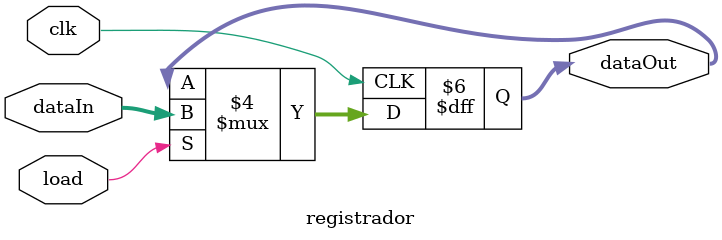
<source format=v>
module registrador (input [7:0]dataIn, input clk, load, output reg [7:0]dataOut);

  always @ (posedge clk) begin
    
    if(load == 1)
      dataOut = dataIn;
  end

endmodule 
</source>
